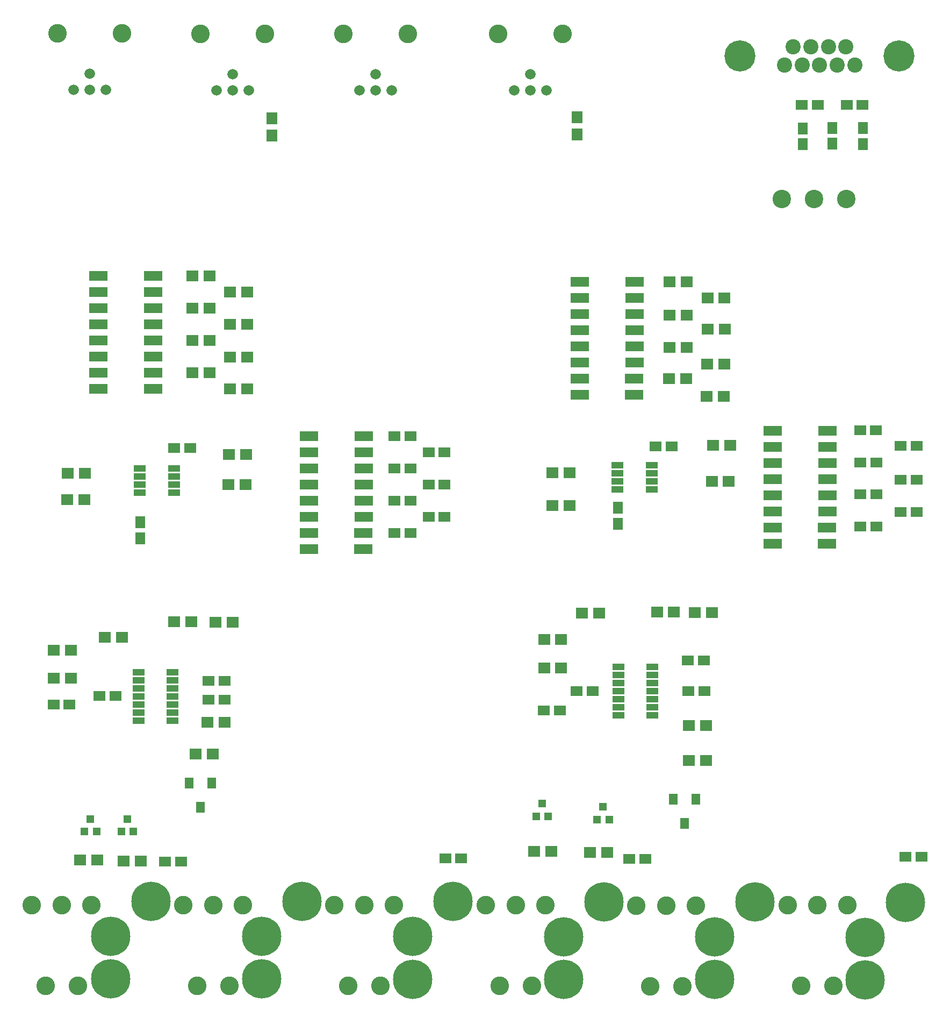
<source format=gbr>
G04 #@! TF.FileFunction,Soldermask,Top*
%FSLAX46Y46*%
G04 Gerber Fmt 4.6, Leading zero omitted, Abs format (unit mm)*
G04 Created by KiCad (PCBNEW 4.0.6-e0-6349~53~ubuntu16.04.1) date Tue Mar 14 17:04:22 2017*
%MOMM*%
%LPD*%
G01*
G04 APERTURE LIST*
%ADD10C,0.100000*%
%ADD11R,1.900000X1.700000*%
%ADD12R,1.200000X1.300000*%
%ADD13C,2.940000*%
%ADD14C,1.670000*%
%ADD15C,6.200000*%
%ADD16C,2.910000*%
%ADD17R,2.840000X1.530000*%
%ADD18R,1.950000X1.000000*%
%ADD19R,1.900000X1.650000*%
%ADD20R,1.650000X1.900000*%
%ADD21C,4.900000*%
%ADD22C,2.400000*%
%ADD23R,1.700000X1.900000*%
%ADD24R,1.900000X1.000000*%
%ADD25R,1.400000X1.700000*%
G04 APERTURE END LIST*
D10*
D11*
X64723000Y-150495000D03*
X62023000Y-150495000D03*
X115109000Y-132130800D03*
X117809000Y-132130800D03*
D12*
X47132200Y-183422800D03*
X49032200Y-183422800D03*
X48082200Y-181422800D03*
D13*
X47244000Y-57785000D03*
X37084000Y-57785000D03*
D14*
X42164000Y-64135000D03*
X42164000Y-66675000D03*
X39624000Y-66675000D03*
X44704000Y-66675000D03*
D15*
X51856800Y-194429000D03*
X45511800Y-199929000D03*
X45511800Y-206629000D03*
D16*
X161384500Y-83828000D03*
X156304500Y-83828000D03*
X151224500Y-83828000D03*
D17*
X85282600Y-138963400D03*
X85318600Y-121183400D03*
X85318600Y-123723400D03*
X85318600Y-126263400D03*
X85318600Y-128803400D03*
X85318600Y-131343400D03*
X85318600Y-133883400D03*
X85282600Y-136423400D03*
X76682600Y-138963400D03*
X76682600Y-136423400D03*
X76682600Y-133883400D03*
X76682600Y-131343400D03*
X76682600Y-128803400D03*
X76682600Y-126263400D03*
X76682600Y-123723400D03*
X76682600Y-121183400D03*
D18*
X125340000Y-125745000D03*
X125340000Y-127015000D03*
X125340000Y-128285000D03*
X125340000Y-129555000D03*
X130740000Y-129555000D03*
X130740000Y-128285000D03*
X130740000Y-127015000D03*
X130740000Y-125745000D03*
D19*
X163937000Y-69011800D03*
X161437000Y-69011800D03*
X156901200Y-69011800D03*
X154401200Y-69011800D03*
D20*
X159207200Y-72664000D03*
X159207200Y-75164000D03*
X164007800Y-72689400D03*
X164007800Y-75189400D03*
X154533600Y-75240200D03*
X154533600Y-72740200D03*
D19*
X54071200Y-188112400D03*
X56571200Y-188112400D03*
X36469000Y-163449000D03*
X38969000Y-163449000D03*
X63403800Y-162687000D03*
X60903800Y-162687000D03*
D20*
X50160000Y-137230000D03*
X50160000Y-134730000D03*
D19*
X43733400Y-162102800D03*
X46233400Y-162102800D03*
X57993600Y-123037600D03*
X55493600Y-123037600D03*
X92715400Y-121183400D03*
X90215400Y-121183400D03*
X92715400Y-126263400D03*
X90215400Y-126263400D03*
X92715400Y-131343400D03*
X90215400Y-131343400D03*
X92715400Y-136423400D03*
X90215400Y-136423400D03*
X98074800Y-123723400D03*
X95574800Y-123723400D03*
X98074800Y-128803400D03*
X95574800Y-128803400D03*
X98074800Y-133883400D03*
X95574800Y-133883400D03*
X98191000Y-187655200D03*
X100691000Y-187655200D03*
X60903800Y-159715200D03*
X63403800Y-159715200D03*
X127223200Y-187756800D03*
X129723200Y-187756800D03*
X113720000Y-164360000D03*
X116220000Y-164360000D03*
X138994200Y-161315400D03*
X136494200Y-161315400D03*
D20*
X125440000Y-134960000D03*
X125440000Y-132460000D03*
D19*
X118910000Y-161350000D03*
X121410000Y-161350000D03*
X133860000Y-122760000D03*
X131360000Y-122760000D03*
X166076000Y-120210000D03*
X163576000Y-120210000D03*
X166096000Y-125370000D03*
X163596000Y-125370000D03*
X166096000Y-130302000D03*
X163596000Y-130302000D03*
X166096000Y-135382000D03*
X163596000Y-135382000D03*
X172446000Y-122682000D03*
X169946000Y-122682000D03*
X172446000Y-128016000D03*
X169946000Y-128016000D03*
X172446000Y-133096000D03*
X169946000Y-133096000D03*
X170708000Y-187375800D03*
X173208000Y-187375800D03*
X136443400Y-156514800D03*
X138943400Y-156514800D03*
D12*
X41341000Y-183422800D03*
X43241000Y-183422800D03*
X42291000Y-181422800D03*
X112530000Y-181040000D03*
X114430000Y-181040000D03*
X113480000Y-179040000D03*
X122120000Y-181510000D03*
X124020000Y-181510000D03*
X123070000Y-179510000D03*
D21*
X169695200Y-61324600D03*
X144655200Y-61324600D03*
D22*
X161330200Y-59904600D03*
X158560200Y-59904600D03*
X155790200Y-59904600D03*
X153020200Y-59904600D03*
X162715200Y-62744600D03*
X159945200Y-62744600D03*
X157175200Y-62744600D03*
X154405200Y-62744600D03*
X151635200Y-62744600D03*
D13*
X69786500Y-57848500D03*
X59626500Y-57848500D03*
D14*
X64706500Y-64198500D03*
X64706500Y-66738500D03*
X62166500Y-66738500D03*
X67246500Y-66738500D03*
D13*
X92265500Y-57848500D03*
X82105500Y-57848500D03*
D14*
X87185500Y-64198500D03*
X87185500Y-66738500D03*
X84645500Y-66738500D03*
X89725500Y-66738500D03*
D13*
X116713000Y-57848500D03*
X106553000Y-57848500D03*
D14*
X111633000Y-64198500D03*
X111633000Y-66738500D03*
X109093000Y-66738500D03*
X114173000Y-66738500D03*
D11*
X43336200Y-187909200D03*
X40636200Y-187909200D03*
X47545000Y-188036200D03*
X50245000Y-188036200D03*
X36521400Y-154863800D03*
X39221400Y-154863800D03*
X36521400Y-159258000D03*
X39221400Y-159258000D03*
X41380400Y-127000000D03*
X38680400Y-127000000D03*
X44547800Y-152806400D03*
X47247800Y-152806400D03*
X38629600Y-131140200D03*
X41329600Y-131140200D03*
X58388000Y-95988200D03*
X61088000Y-95988200D03*
X58388000Y-101068200D03*
X61088000Y-101068200D03*
X58388000Y-106148200D03*
X61088000Y-106148200D03*
X58388000Y-111228200D03*
X61088000Y-111228200D03*
X64255400Y-98528200D03*
X66955400Y-98528200D03*
X64255400Y-103608200D03*
X66955400Y-103608200D03*
X64255400Y-108713600D03*
X66955400Y-108713600D03*
X64255400Y-113768200D03*
X66955400Y-113768200D03*
X66729600Y-128803400D03*
X64029600Y-128803400D03*
X63427600Y-166217600D03*
X60727600Y-166217600D03*
X58848000Y-171196000D03*
X61548000Y-171196000D03*
X64080400Y-124053600D03*
X66780400Y-124053600D03*
X58169800Y-150393400D03*
X55469800Y-150393400D03*
D23*
X70866000Y-71116200D03*
X70866000Y-73816200D03*
D11*
X114870000Y-186560000D03*
X112170000Y-186560000D03*
X121010000Y-186690000D03*
X123710000Y-186690000D03*
X113762800Y-153162000D03*
X116462800Y-153162000D03*
X113762800Y-157683200D03*
X116462800Y-157683200D03*
X117809000Y-126923800D03*
X115109000Y-126923800D03*
X119731800Y-148996400D03*
X122431800Y-148996400D03*
X133510000Y-96900000D03*
X136210000Y-96900000D03*
X133530000Y-102110000D03*
X136230000Y-102110000D03*
X133500000Y-107170000D03*
X136200000Y-107170000D03*
X133450000Y-112080000D03*
X136150000Y-112080000D03*
X139500000Y-99420000D03*
X142200000Y-99420000D03*
X139540000Y-104340000D03*
X142240000Y-104340000D03*
X139480000Y-109810000D03*
X142180000Y-109810000D03*
X139380000Y-114940000D03*
X142080000Y-114940000D03*
X142878800Y-128270000D03*
X140178800Y-128270000D03*
X139272000Y-166751000D03*
X136572000Y-166751000D03*
X136572000Y-172212000D03*
X139272000Y-172212000D03*
X140382000Y-122631200D03*
X143082000Y-122631200D03*
X140237200Y-148945600D03*
X137537200Y-148945600D03*
X134242800Y-148844000D03*
X131542800Y-148844000D03*
D23*
X118948200Y-71014600D03*
X118948200Y-73714600D03*
D15*
X75605800Y-194429000D03*
X69260800Y-199929000D03*
X69260800Y-206629000D03*
X99405600Y-194454400D03*
X93060600Y-199954400D03*
X93060600Y-206654400D03*
X123180000Y-194505200D03*
X116835000Y-200005200D03*
X116835000Y-206705200D03*
X146954400Y-194505200D03*
X140609400Y-200005200D03*
X140609400Y-206705200D03*
X170703400Y-194581400D03*
X164358400Y-200081400D03*
X164358400Y-206781400D03*
D13*
X37769800Y-195008500D03*
X33070800Y-195008500D03*
X42468800Y-195008500D03*
X35229800Y-207708500D03*
X40309800Y-207708500D03*
X61645800Y-195008500D03*
X56946800Y-195008500D03*
X66344800Y-195008500D03*
X59105800Y-207708500D03*
X64185800Y-207708500D03*
X85420200Y-195046600D03*
X80721200Y-195046600D03*
X90119200Y-195046600D03*
X82880200Y-207746600D03*
X87960200Y-207746600D03*
X109296200Y-195021200D03*
X104597200Y-195021200D03*
X113995200Y-195021200D03*
X106756200Y-207721200D03*
X111836200Y-207721200D03*
X132994400Y-195122800D03*
X128295400Y-195122800D03*
X137693400Y-195122800D03*
X130454400Y-207822800D03*
X135534400Y-207822800D03*
X156845000Y-195021200D03*
X152146000Y-195021200D03*
X161544000Y-195021200D03*
X154305000Y-207721200D03*
X159385000Y-207721200D03*
D24*
X49852600Y-158343600D03*
X49852600Y-159613600D03*
X49852600Y-160883600D03*
X49852600Y-162153600D03*
X49852600Y-163423600D03*
X49852600Y-164693600D03*
X49852600Y-165963600D03*
X55252600Y-165963600D03*
X55252600Y-164693600D03*
X55252600Y-163423600D03*
X55252600Y-162153600D03*
X55252600Y-160883600D03*
X55252600Y-159613600D03*
X55252600Y-158343600D03*
D18*
X50081200Y-126238000D03*
X50081200Y-127508000D03*
X50081200Y-128778000D03*
X50081200Y-130048000D03*
X55481200Y-130048000D03*
X55481200Y-128778000D03*
X55481200Y-127508000D03*
X55481200Y-126238000D03*
D17*
X52130000Y-113740000D03*
X52166000Y-95960000D03*
X52166000Y-98500000D03*
X52166000Y-101040000D03*
X52166000Y-103580000D03*
X52166000Y-106120000D03*
X52166000Y-108660000D03*
X52130000Y-111200000D03*
X43530000Y-113740000D03*
X43530000Y-111200000D03*
X43530000Y-108660000D03*
X43530000Y-106120000D03*
X43530000Y-103580000D03*
X43530000Y-101040000D03*
X43530000Y-98500000D03*
X43530000Y-95960000D03*
D24*
X125460000Y-157500000D03*
X125460000Y-158770000D03*
X125460000Y-160040000D03*
X125460000Y-161310000D03*
X125460000Y-162580000D03*
X125460000Y-163850000D03*
X125460000Y-165120000D03*
X130860000Y-165120000D03*
X130860000Y-163850000D03*
X130860000Y-162580000D03*
X130860000Y-161310000D03*
X130860000Y-160040000D03*
X130860000Y-158770000D03*
X130860000Y-157500000D03*
D17*
X127954000Y-114700000D03*
X127990000Y-96920000D03*
X127990000Y-99460000D03*
X127990000Y-102000000D03*
X127990000Y-104540000D03*
X127990000Y-107080000D03*
X127990000Y-109620000D03*
X127954000Y-112160000D03*
X119354000Y-114700000D03*
X119354000Y-112160000D03*
X119354000Y-109620000D03*
X119354000Y-107080000D03*
X119354000Y-104540000D03*
X119354000Y-102000000D03*
X119354000Y-99460000D03*
X119354000Y-96920000D03*
X158360000Y-138080000D03*
X158396000Y-120300000D03*
X158396000Y-122840000D03*
X158396000Y-125380000D03*
X158396000Y-127920000D03*
X158396000Y-130460000D03*
X158396000Y-133000000D03*
X158360000Y-135540000D03*
X149760000Y-138080000D03*
X149760000Y-135540000D03*
X149760000Y-133000000D03*
X149760000Y-130460000D03*
X149760000Y-127920000D03*
X149760000Y-125380000D03*
X149760000Y-122840000D03*
X149760000Y-120300000D03*
D25*
X57863800Y-175778000D03*
X61363800Y-175778000D03*
X59613800Y-179578000D03*
X134140000Y-178368800D03*
X137640000Y-178368800D03*
X135890000Y-182168800D03*
M02*

</source>
